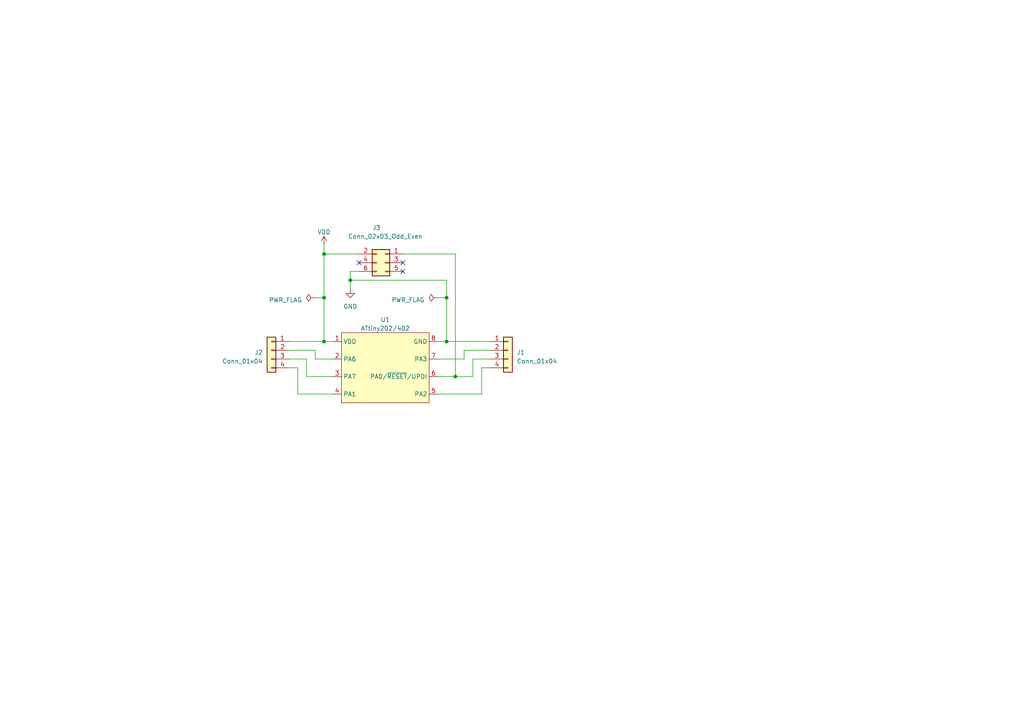
<source format=kicad_sch>
(kicad_sch (version 20230121) (generator eeschema)
  (paper "A4")
  (lib_symbols
    (symbol "Connector_Generic:Conn_01x04" (pin_names (offset 1.016) hide)
      (property "Reference" "J" (at 0 5.08 0))
      (property "Value" "Conn_01x04" (at 0 -7.62 0))
      (symbol "Conn_01x04_1_1"
        (rectangle (start -1.27 -4.953) (end 0 -5.207) (stroke (width 0.1524)))
        (rectangle (start -1.27 -2.413) (end 0 -2.667) (stroke (width 0.1524)))
        (rectangle (start -1.27 0.127) (end 0 -0.127) (stroke (width 0.1524)))
        (rectangle (start -1.27 2.667) (end 0 2.413) (stroke (width 0.1524)))
        (rectangle (start -1.27 3.81) (end 1.27 -6.35) (stroke (width 0.254)) (fill (type background)))
        (pin passive line (at -5.08 2.54 0) (length 3.81) (name "Pin_1") (number "1"))
        (pin passive line (at -5.08 0 0) (length 3.81) (name "Pin_2") (number "2"))
        (pin passive line (at -5.08 -2.54 0) (length 3.81) (name "Pin_3") (number "3"))
        (pin passive line (at -5.08 -5.08 0) (length 3.81) (name "Pin_4") (number "4"))
      )
    )
    (symbol "Connector_Generic:Conn_02x03_Odd_Even" (pin_names (offset 1.016) hide)
      (property "Reference" "J" (at 1.27 5.08 0))
      (property "Value" "Conn_02x03_Odd_Even" (at 1.27 -5.08 0))
      (symbol "Conn_02x03_Odd_Even_1_1"
        (rectangle (start -1.27 -2.413) (end 0 -2.667) (stroke (width 0.1524)))
        (rectangle (start -1.27 0.127) (end 0 -0.127) (stroke (width 0.1524)))
        (rectangle (start -1.27 2.667) (end 0 2.413) (stroke (width 0.1524)))
        (rectangle (start -1.27 3.81) (end 3.81 -3.81) (stroke (width 0.254)) (fill (type background)))
        (rectangle (start 3.81 -2.413) (end 2.54 -2.667) (stroke (width 0.1524)))
        (rectangle (start 3.81 0.127) (end 2.54 -0.127) (stroke (width 0.1524)))
        (rectangle (start 3.81 2.667) (end 2.54 2.413) (stroke (width 0.1524)))
        (pin passive line (at -5.08 2.54 0) (length 3.81) (name "Pin_1") (number "1"))
        (pin passive line (at 7.62 2.54 180) (length 3.81) (name "Pin_2") (number "2"))
        (pin passive line (at -5.08 0 0) (length 3.81) (name "Pin_3") (number "3"))
        (pin passive line (at 7.62 0 180) (length 3.81) (name "Pin_4") (number "4"))
        (pin passive line (at -5.08 -2.54 0) (length 3.81) (name "Pin_5") (number "5"))
        (pin passive line (at 7.62 -2.54 180) (length 3.81) (name "Pin_6") (number "6"))
      )
    )
    (symbol "Lantern:ATtiny202/402"
      (property "Reference" "U" (at -12.7 10.16 0))
      (property "Value" "ATtiny202/402" (at 12.7 10.16 0))
      (symbol "ATtiny202/402_0_1"
        (rectangle (start -12.7 10.16) (end 12.7 -10.16) (fill (type background)))
      )
      (symbol "ATtiny202/402_1_1"
        (pin power_in line (at -15.24 7.62 0) (length 2.54) (name "VDD") (number "1"))
        (pin bidirectional line (at -15.24 2.54 0) (length 2.54) (name "PA6") (number "2"))
        (pin bidirectional line (at -15.24 -2.54 0) (length 2.54) (name "PA7") (number "3"))
        (pin bidirectional line (at -15.24 -7.62 0) (length 2.54) (name "PA1") (number "4"))
        (pin bidirectional line (at 15.24 -7.62 180) (length 2.54) (name "PA2") (number "5"))
        (pin bidirectional line (at 15.24 -2.54 180) (length 2.54) (name "PA0/~{RESET}/UPDI") (number "6"))
        (pin bidirectional line (at 15.24 2.54 180) (length 2.54) (name "PA3") (number "7"))
        (pin power_in line (at 15.24 7.62 180) (length 2.54) (name "GND") (number "8"))
      )
    )
    (symbol "power:GND" (power) (pin_names (offset 0))
      (property "Value" "GND" (at 0 -3.81 0))
      (symbol "GND_0_1"
        (polyline (pts (xy 0 0) (xy 0 -1.27) (xy 1.27 -1.27) (xy 0 -2.54) (xy -1.27 -1.27) (xy 0 -1.27)))
      )
      (symbol "GND_1_1"
        (pin power_in line (at 0 0 270) (length 0) hide (name "GND") (number "1"))
      )
    )
    (symbol "power:PWR_FLAG" (power) (pin_numbers hide) (pin_names (offset 0) hide)
      (property "Value" "PWR_FLAG" (at 0 3.81 0))
      (symbol "PWR_FLAG_0_0"
        (pin power_out line (at 0 0 90) (length 0) (name "pwr") (number "1"))
      )
      (symbol "PWR_FLAG_0_1"
        (polyline (pts (xy 0 0) (xy 0 1.27) (xy -1.016 1.905) (xy 0 2.54) (xy 1.016 1.905) (xy 0 1.27)))
      )
    )
    (symbol "power:VDD" (power) (pin_names (offset 0))
      (property "Value" "VDD" (at 0 3.81 0))
      (symbol "VDD_0_1"
        (polyline (pts (xy -0.762 1.27) (xy 0 2.54)))
        (polyline (pts (xy 0 0) (xy 0 2.54)))
        (polyline (pts (xy 0 2.54) (xy 0.762 1.27)))
      )
      (symbol "VDD_1_1"
        (pin power_in line (at 0 0 90) (length 0) hide (name "VDD") (number "1"))
      )
    )
  )
  (junction (at 129.54 99.06))
  (junction (at 93.98 86.36))
  (junction (at 93.98 99.06))
  (junction (at 93.98 73.66))
  (junction (at 101.6 81.28))
  (junction (at 129.54 86.36))
  (junction (at 132.08 109.22))
  (no_connect (at 116.84 76.2))
  (no_connect (at 104.14 76.2))
  (no_connect (at 116.84 78.74))
  (wire (pts (xy 96.52 99.06) (xy 93.98 99.06)))
  (wire (pts (xy 127 104.14) (xy 134.62 104.14)))
  (wire (pts (xy 96.52 114.3) (xy 86.36 114.3)))
  (wire (pts (xy 127 86.36) (xy 129.54 86.36)))
  (wire (pts (xy 134.62 104.14) (xy 134.62 101.6)))
  (wire (pts (xy 127 109.22) (xy 132.08 109.22)))
  (wire (pts (xy 96.52 109.22) (xy 88.9 109.22)))
  (wire (pts (xy 137.16 104.14) (xy 142.24 104.14)))
  (wire (pts (xy 127 114.3) (xy 139.7 114.3)))
  (wire (pts (xy 134.62 101.6) (xy 142.24 101.6)))
  (wire (pts (xy 91.44 86.36) (xy 93.98 86.36)))
  (wire (pts (xy 91.44 104.14) (xy 91.44 101.6)))
  (wire (pts (xy 91.44 101.6) (xy 83.82 101.6)))
  (wire (pts (xy 116.84 73.66) (xy 132.08 73.66)))
  (wire (pts (xy 101.6 83.82) (xy 101.6 81.28)))
  (wire (pts (xy 86.36 114.3) (xy 86.36 106.68)))
  (wire (pts (xy 132.08 109.22) (xy 137.16 109.22)))
  (wire (pts (xy 132.08 73.66) (xy 132.08 109.22)))
  (wire (pts (xy 127 99.06) (xy 129.54 99.06)))
  (wire (pts (xy 129.54 99.06) (xy 142.24 99.06)))
  (wire (pts (xy 139.7 106.68) (xy 142.24 106.68)))
  (wire (pts (xy 96.52 104.14) (xy 91.44 104.14)))
  (wire (pts (xy 93.98 99.06) (xy 83.82 99.06)))
  (wire (pts (xy 129.54 99.06) (xy 129.54 86.36)))
  (wire (pts (xy 86.36 106.68) (xy 83.82 106.68)))
  (wire (pts (xy 88.9 104.14) (xy 83.82 104.14)))
  (wire (pts (xy 137.16 109.22) (xy 137.16 104.14)))
  (wire (pts (xy 129.54 86.36) (xy 129.54 81.28)))
  (wire (pts (xy 101.6 78.74) (xy 101.6 81.28)))
  (wire (pts (xy 88.9 109.22) (xy 88.9 104.14)))
  (wire (pts (xy 129.54 81.28) (xy 101.6 81.28)))
  (wire (pts (xy 104.14 73.66) (xy 93.98 73.66)))
  (wire (pts (xy 93.98 86.36) (xy 93.98 99.06)))
  (wire (pts (xy 104.14 78.74) (xy 101.6 78.74)))
  (wire (pts (xy 93.98 73.66) (xy 93.98 86.36)))
  (wire (pts (xy 139.7 114.3) (xy 139.7 106.68)))
  (wire (pts (xy 93.98 71.12) (xy 93.98 73.66)))
  (symbol (lib_id "power:PWR_FLAG") (at 127 86.36 90) (unit 1)
    (property "Reference" "#FLG01" (effects hide))
    (property "Value" "PWR_FLAG" (at 123.19 86.995 90) (effects (justify left)))
  )
  (symbol (lib_id "Lantern:ATtiny202/402") (at 111.76 106.68 0) (unit 1)
    (property "Reference" "U1" (at 111.76 92.71 0))
    (property "Value" "ATtiny202/402" (at 111.76 95.25 0))
    (property "Footprint" "Package_SO:SOIC-8_3.9x4.9mm_P1.27mm" (effects hide))
    (property "Datasheet" "http://ww1.microchip.com/downloads/en/DeviceDoc/ATtiny202-402-AVR-MCU-with-Core-Independent-Peripherals_and-picoPower-40001969A.pdf" (effects hide))
  )
  (symbol (lib_id "Connector_Generic:Conn_01x04") (at 78.74 101.6 0) (mirror y) (unit 1)
    (property "Reference" "J2" (at 76.2 102.235 0) (effects (justify left)))
    (property "Value" "Conn_01x04" (at 76.2 104.775 0) (effects (justify left)))
    (property "Footprint" "Connector_PinHeader_2.54mm:PinHeader_1x04_P2.54mm_Vertical" (effects hide))
  )
  (symbol (lib_id "Connector_Generic:Conn_01x04") (at 147.32 101.6 0) (unit 1)
    (property "Reference" "J1" (at 149.86 102.235 0) (effects (justify left)))
    (property "Value" "Conn_01x04" (at 149.86 104.775 0) (effects (justify left)))
    (property "Footprint" "Connector_PinHeader_2.54mm:PinHeader_1x04_P2.54mm_Vertical" (effects hide))
  )
  (symbol (lib_id "power:VDD") (at 93.98 71.12 0) (unit 1)
    (property "Reference" "#PWR02" (effects hide))
    (property "Value" "VDD" (at 93.98 67.31 0))
  )
  (symbol (lib_id "power:PWR_FLAG") (at 91.44 86.36 90) (unit 1)
    (property "Reference" "#FLG02" (effects hide))
    (property "Value" "PWR_FLAG" (at 87.63 86.995 90) (effects (justify left)))
  )
  (symbol (lib_id "power:GND") (at 101.6 83.82 0) (unit 1)
    (property "Reference" "#PWR01" (effects hide))
    (property "Value" "GND" (at 101.6 88.9 0))
  )
  (symbol (lib_id "Connector_Generic:Conn_02x03_Odd_Even") (at 111.76 76.2 0) (mirror y) (unit 1)
    (property "Reference" "J3" (at 109.22 66.04 0))
    (property "Value" "Conn_02x03_Odd_Even" (at 111.76 68.58 0))
    (property "Footprint" "Connector_PinHeader_2.54mm:PinHeader_2x03_P2.54mm_Vertical" (effects hide))
  )
)
</source>
